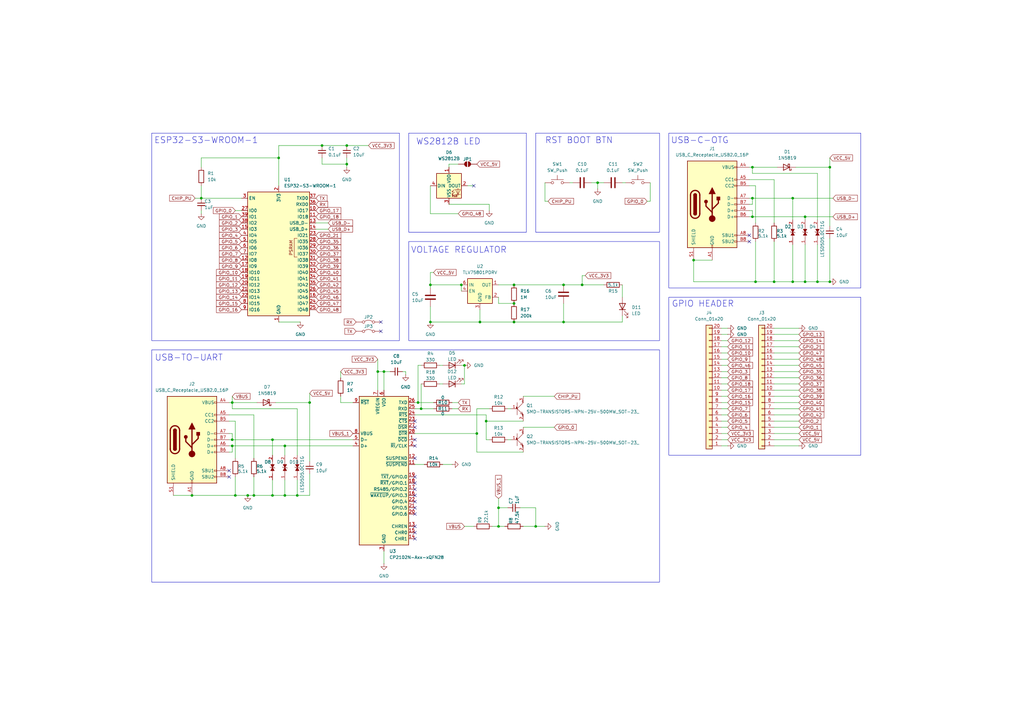
<source format=kicad_sch>
(kicad_sch (version 20231120) (generator "eeschema") (generator_version "8.0")
  (paper "A3")
  (title_block (title "ESP32_S3_Custom_DevBoard") (rev "0.1"))
  (lib_symbols
    (symbol "Connector:USB_C_Receptacle_USB2.0_16P" (pin_names (offset 1.016))
      (property "Reference" "J" (at 0 22.225 0))
      (property "Value" "USB_C_Receptacle_USB2.0_16P" (at 0 19.685 0))
      (symbol "USB_C_Receptacle_USB2.0_16P_1_1"
        (pin passive line (at 0 -22.86 90) (length 5.08) (name "GND") (number "A1"))
        (pin passive line (at 0 -22.86 90) (length 5.08) hide (name "GND") (number "A12"))
        (pin passive line (at 15.24 15.24 180) (length 5.08) (name "VBUS") (number "A4"))
        (pin bidirectional line (at 15.24 10.16 180) (length 5.08) (name "CC1") (number "A5"))
        (pin bidirectional line (at 15.24 -2.54 180) (length 5.08) (name "D+") (number "A6"))
        (pin bidirectional line (at 15.24 2.54 180) (length 5.08) (name "D-") (number "A7"))
        (pin bidirectional line (at 15.24 -12.7 180) (length 5.08) (name "SBU1") (number "A8"))
        (pin passive line (at 15.24 15.24 180) (length 5.08) hide (name "VBUS") (number "A9"))
        (pin passive line (at 0 -22.86 90) (length 5.08) hide (name "GND") (number "B1"))
        (pin passive line (at 0 -22.86 90) (length 5.08) hide (name "GND") (number "B12"))
        (pin passive line (at 15.24 15.24 180) (length 5.08) hide (name "VBUS") (number "B4"))
        (pin bidirectional line (at 15.24 7.62 180) (length 5.08) (name "CC2") (number "B5"))
        (pin bidirectional line (at 15.24 -5.08 180) (length 5.08) (name "D+") (number "B6"))
        (pin bidirectional line (at 15.24 0 180) (length 5.08) (name "D-") (number "B7"))
        (pin bidirectional line (at 15.24 -15.24 180) (length 5.08) (name "SBU2") (number "B8"))
        (pin passive line (at 15.24 15.24 180) (length 5.08) hide (name "VBUS") (number "B9"))
        (pin passive line (at -7.62 -22.86 90) (length 5.08) (name "SHIELD") (number "S1"))
      )
    )
    (symbol "Connector_Generic:Conn_01x20" (pin_names (offset 1.016) hide)
      (property "Reference" "J" (at 0 25.4 0))
      (property "Value" "Conn_01x20" (at 0 -27.94 0))
      (symbol "Conn_01x20_1_1"
        (pin passive line (at -5.08 22.86 0) (length 3.81) (name "Pin_1") (number "1"))
        (pin passive line (at -5.08 0 0) (length 3.81) (name "Pin_10") (number "10"))
        (pin passive line (at -5.08 -2.54 0) (length 3.81) (name "Pin_11") (number "11"))
        (pin passive line (at -5.08 -5.08 0) (length 3.81) (name "Pin_12") (number "12"))
        (pin passive line (at -5.08 -7.62 0) (length 3.81) (name "Pin_13") (number "13"))
        (pin passive line (at -5.08 -10.16 0) (length 3.81) (name "Pin_14") (number "14"))
        (pin passive line (at -5.08 -12.7 0) (length 3.81) (name "Pin_15") (number "15"))
        (pin passive line (at -5.08 -15.24 0) (length 3.81) (name "Pin_16") (number "16"))
        (pin passive line (at -5.08 -17.78 0) (length 3.81) (name "Pin_17") (number "17"))
        (pin passive line (at -5.08 -20.32 0) (length 3.81) (name "Pin_18") (number "18"))
        (pin passive line (at -5.08 -22.86 0) (length 3.81) (name "Pin_19") (number "19"))
        (pin passive line (at -5.08 20.32 0) (length 3.81) (name "Pin_2") (number "2"))
        (pin passive line (at -5.08 -25.4 0) (length 3.81) (name "Pin_20") (number "20"))
        (pin passive line (at -5.08 17.78 0) (length 3.81) (name "Pin_3") (number "3"))
        (pin passive line (at -5.08 15.24 0) (length 3.81) (name "Pin_4") (number "4"))
        (pin passive line (at -5.08 12.7 0) (length 3.81) (name "Pin_5") (number "5"))
        (pin passive line (at -5.08 10.16 0) (length 3.81) (name "Pin_6") (number "6"))
        (pin passive line (at -5.08 7.62 0) (length 3.81) (name "Pin_7") (number "7"))
        (pin passive line (at -5.08 5.08 0) (length 3.81) (name "Pin_8") (number "8"))
        (pin passive line (at -5.08 2.54 0) (length 3.81) (name "Pin_9") (number "9"))
      )
    )
    (symbol "Custom_added:LESD5D5.0CT1G" (pin_names (offset 1.016))
      (property "Reference" "D" (at -5.08 2.54 0))
      (property "Value" "LESD5D5.0CT1G" (at -5.08 -5.08 0))
      (symbol "LESD5D5.0CT1G_0_0"
        (pin passive line (at -5.08 0 0) (length 2.54) (name "~") (number "1"))
        (pin passive line (at 5.08 0 180) (length 2.54) (name "~") (number "2"))
      )
    )
    (symbol "Device:C" (pin_numbers hide) (pin_names (offset 0.254))
      (property "Reference" "C" (at 0.635 2.54 0))
      (property "Value" "C" (at 0.635 -2.54 0))
      (symbol "C_1_1"
        (pin passive line (at 0 3.81 270) (length 2.794) (name "~") (number "1"))
        (pin passive line (at 0 -3.81 90) (length 2.794) (name "~") (number "2"))
      )
    )
    (symbol "Device:C_Small" (pin_numbers hide) (pin_names (offset 0.254) hide)
      (property "Reference" "C" (at 0.254 1.778 0))
      (property "Value" "C_Small" (at 0.254 -2.032 0))
      (symbol "C_Small_1_1"
        (pin passive line (at 0 2.54 270) (length 2.032) (name "~") (number "1"))
        (pin passive line (at 0 -2.54 90) (length 2.032) (name "~") (number "2"))
      )
    )
    (symbol "Device:LED" (pin_numbers hide) (pin_names (offset 1.016) hide)
      (property "Reference" "D" (at 0 2.54 0))
      (property "Value" "LED" (at 0 -2.54 0))
      (symbol "LED_1_1"
        (pin passive line (at -3.81 0 0) (length 2.54) (name "K") (number "1"))
        (pin passive line (at 3.81 0 180) (length 2.54) (name "A") (number "2"))
      )
    )
    (symbol "Device:R" (pin_numbers hide) (pin_names (offset 0))
      (property "Reference" "R" (at 2.032 0 90))
      (property "Value" "R" (at 0 0 90))
      (symbol "R_1_1"
        (pin passive line (at 0 3.81 270) (length 1.27) (name "~") (number "1"))
        (pin passive line (at 0 -3.81 90) (length 1.27) (name "~") (number "2"))
      )
    )
    (symbol "Diode:1N5819" (pin_numbers hide) (pin_names (offset 1.016) hide)
      (property "Reference" "D" (at 0 2.54 0))
      (property "Value" "1N5819" (at 0 -2.54 0))
      (symbol "1N5819_1_1"
        (pin passive line (at -3.81 0 0) (length 2.54) (name "K") (number "1"))
        (pin passive line (at 3.81 0 180) (length 2.54) (name "A") (number "2"))
      )
    )
    (symbol "Interface_USB:CP2102N-Axx-xQFN28"
      (property "Reference" "U" (at -8.89 31.75 0))
      (property "Value" "CP2102N-Axx-xQFN28" (at 12.7 31.75 0))
      (symbol "CP2102N-Axx-xQFN28_1_1"
        (pin input line (at 12.7 12.7 180) (length 2.54) (name "~{DCD}") (number "1"))
        (pin no_connect line (at -10.16 -27.94 0) (length 2.54) hide (name "NC") (number "10"))
        (pin output line (at 12.7 2.54 180) (length 2.54) (name "~{SUSPEND}") (number "11"))
        (pin output line (at 12.7 5.08 180) (length 2.54) (name "SUSPEND") (number "12"))
        (pin output line (at 12.7 -22.86 180) (length 2.54) (name "CHREN") (number "13"))
        (pin output line (at 12.7 -27.94 180) (length 2.54) (name "CHR1") (number "14"))
        (pin output line (at 12.7 -25.4 180) (length 2.54) (name "CHR0") (number "15"))
        (pin bidirectional line (at 12.7 -10.16 180) (length 2.54) (name "~{WAKEUP}/GPIO.3") (number "16"))
        (pin bidirectional line (at 12.7 -7.62 180) (length 2.54) (name "RS485/GPIO.2") (number "17"))
        (pin bidirectional line (at 12.7 -5.08 180) (length 2.54) (name "~{RXT}/GPIO.1") (number "18"))
        (pin bidirectional line (at 12.7 -2.54 180) (length 2.54) (name "~{TXT}/GPIO.0") (number "19"))
        (pin bidirectional line (at 12.7 10.16 180) (length 2.54) (name "~{RI}/CLK") (number "2"))
        (pin bidirectional line (at 12.7 -17.78 180) (length 2.54) (name "GPIO.6") (number "20"))
        (pin bidirectional line (at 12.7 -15.24 180) (length 2.54) (name "GPIO.5") (number "21"))
        (pin bidirectional line (at 12.7 -12.7 180) (length 2.54) (name "GPIO.4") (number "22"))
        (pin input line (at 12.7 20.32 180) (length 2.54) (name "~{CTS}") (number "23"))
        (pin output line (at 12.7 22.86 180) (length 2.54) (name "~{RTS}") (number "24"))
        (pin input line (at 12.7 25.4 180) (length 2.54) (name "RXD") (number "25"))
        (pin output line (at 12.7 27.94 180) (length 2.54) (name "TXD") (number "26"))
        (pin input line (at 12.7 17.78 180) (length 2.54) (name "~{DSR}") (number "27"))
        (pin output line (at 12.7 15.24 180) (length 2.54) (name "~{DTR}") (number "28"))
        (pin passive line (at 0 -33.02 90) (length 2.54) hide (name "GND") (number "29"))
        (pin power_in line (at 0 -33.02 90) (length 2.54) (name "GND") (number "3"))
        (pin bidirectional line (at -12.7 10.16 0) (length 2.54) (name "D+") (number "4"))
        (pin bidirectional line (at -12.7 12.7 0) (length 2.54) (name "D-") (number "5"))
        (pin power_in line (at 0 33.02 270) (length 2.54) (name "VDD") (number "6"))
        (pin power_in line (at -2.54 33.02 270) (length 2.54) (name "VREGIN") (number "7"))
        (pin input line (at -12.7 15.24 0) (length 2.54) (name "VBUS") (number "8"))
        (pin input line (at -12.7 27.94 0) (length 2.54) (name "~{RST}") (number "9"))
      )
    )
    (symbol "Jumper:Jumper_2_Bridged" (pin_numbers hide) (pin_names (offset 0) hide) (exclude_from_sim yes)
      (property "Reference" "JP" (at 0 1.905 0))
      (property "Value" "Jumper_2_Bridged" (at 0 -2.54 0))
      (symbol "Jumper_2_Bridged_1_1"
        (pin passive line (at -5.08 0 0) (length 2.54) (name "A") (number "1"))
        (pin passive line (at 5.08 0 180) (length 2.54) (name "B") (number "2"))
      )
    )
    (symbol "Jumper:SolderJumper_2_Open" (pin_numbers hide) (pin_names (offset 0) hide) (exclude_from_sim yes) (in_bom no)
      (property "Reference" "JP" (at 0 2.032 0))
      (property "Value" "SolderJumper_2_Open" (at 0 -2.54 0))
      (symbol "SolderJumper_2_Open_1_1"
        (pin passive line (at -3.81 0 0) (length 2.54) (name "A") (number "1"))
        (pin passive line (at 3.81 0 180) (length 2.54) (name "B") (number "2"))
      )
    )
    (symbol "LED:WS2812B" (pin_names (offset 0.254))
      (property "Reference" "D" (at 5.08 5.715 0))
      (property "Value" "WS2812B" (at 1.27 -5.715 0))
      (symbol "WS2812B_0_0"
        (text "RGB" (at 2.286 -4.191 0) (effects (font (size 0.762 0.762))))
      )
      (symbol "WS2812B_1_1"
        (pin power_in line (at 0 7.62 270) (length 2.54) (name "VDD") (number "1"))
        (pin output line (at 7.62 0 180) (length 2.54) (name "DOUT") (number "2"))
        (pin power_in line (at 0 -7.62 90) (length 2.54) (name "VSS") (number "3"))
        (pin input line (at -7.62 0 0) (length 2.54) (name "DIN") (number "4"))
      )
    )
    (symbol "RF_Module:ESP32-S3-WROOM-1"
      (property "Reference" "U" (at -12.7 26.67 0))
      (property "Value" "ESP32-S3-WROOM-1" (at 12.7 26.67 0))
      (symbol "ESP32-S3-WROOM-1_0_0"
        (text "PSRAM" (at 5.08 2.54 900) (effects (font (size 1.27 1.27))))
      )
      (symbol "ESP32-S3-WROOM-1_1_1"
        (pin power_in line (at 0 -27.94 90) (length 2.54) (name "GND") (number "1"))
        (pin bidirectional line (at 15.24 17.78 180) (length 2.54) (name "IO17") (number "10"))
        (pin bidirectional line (at 15.24 15.24 180) (length 2.54) (name "IO18") (number "11"))
        (pin bidirectional line (at -15.24 -2.54 0) (length 2.54) (name "IO8") (number "12"))
        (pin bidirectional line (at 15.24 12.7 180) (length 2.54) (name "USB_D-") (number "13"))
        (pin bidirectional line (at 15.24 10.16 180) (length 2.54) (name "USB_D+") (number "14"))
        (pin bidirectional line (at -15.24 10.16 0) (length 2.54) (name "IO3") (number "15"))
        (pin bidirectional line (at 15.24 -17.78 180) (length 2.54) (name "IO46") (number "16"))
        (pin bidirectional line (at -15.24 -5.08 0) (length 2.54) (name "IO9") (number "17"))
        (pin bidirectional line (at -15.24 -7.62 0) (length 2.54) (name "IO10") (number "18"))
        (pin bidirectional line (at -15.24 -10.16 0) (length 2.54) (name "IO11") (number "19"))
        (pin power_in line (at 0 27.94 270) (length 2.54) (name "3V3") (number "2"))
        (pin bidirectional line (at -15.24 -12.7 0) (length 2.54) (name "IO12") (number "20"))
        (pin bidirectional line (at -15.24 -15.24 0) (length 2.54) (name "IO13") (number "21"))
        (pin bidirectional line (at -15.24 -17.78 0) (length 2.54) (name "IO14") (number "22"))
        (pin bidirectional line (at 15.24 7.62 180) (length 2.54) (name "IO21") (number "23"))
        (pin bidirectional line (at 15.24 -20.32 180) (length 2.54) (name "IO47") (number "24"))
        (pin bidirectional line (at 15.24 -22.86 180) (length 2.54) (name "IO48") (number "25"))
        (pin bidirectional line (at 15.24 -15.24 180) (length 2.54) (name "IO45") (number "26"))
        (pin bidirectional line (at -15.24 17.78 0) (length 2.54) (name "IO0") (number "27"))
        (pin bidirectional line (at 15.24 5.08 180) (length 2.54) (name "IO35") (number "28"))
        (pin bidirectional line (at 15.24 2.54 180) (length 2.54) (name "IO36") (number "29"))
        (pin input line (at -15.24 22.86 0) (length 2.54) (name "EN") (number "3"))
        (pin bidirectional line (at 15.24 0 180) (length 2.54) (name "IO37") (number "30"))
        (pin bidirectional line (at 15.24 -2.54 180) (length 2.54) (name "IO38") (number "31"))
        (pin bidirectional line (at 15.24 -5.08 180) (length 2.54) (name "IO39") (number "32"))
        (pin bidirectional line (at 15.24 -7.62 180) (length 2.54) (name "IO40") (number "33"))
        (pin bidirectional line (at 15.24 -10.16 180) (length 2.54) (name "IO41") (number "34"))
        (pin bidirectional line (at 15.24 -12.7 180) (length 2.54) (name "IO42") (number "35"))
        (pin bidirectional line (at 15.24 20.32 180) (length 2.54) (name "RXD0") (number "36"))
        (pin bidirectional line (at 15.24 22.86 180) (length 2.54) (name "TXD0") (number "37"))
        (pin bidirectional line (at -15.24 12.7 0) (length 2.54) (name "IO2") (number "38"))
        (pin bidirectional line (at -15.24 15.24 0) (length 2.54) (name "IO1") (number "39"))
        (pin bidirectional line (at -15.24 7.62 0) (length 2.54) (name "IO4") (number "4"))
        (pin passive line (at 0 -27.94 90) (length 2.54) hide (name "GND") (number "40"))
        (pin passive line (at 0 -27.94 90) (length 2.54) hide (name "GND") (number "41"))
        (pin bidirectional line (at -15.24 5.08 0) (length 2.54) (name "IO5") (number "5"))
        (pin bidirectional line (at -15.24 2.54 0) (length 2.54) (name "IO6") (number "6"))
        (pin bidirectional line (at -15.24 0 0) (length 2.54) (name "IO7") (number "7"))
        (pin bidirectional line (at -15.24 -20.32 0) (length 2.54) (name "IO15") (number "8"))
        (pin bidirectional line (at -15.24 -22.86 0) (length 2.54) (name "IO16") (number "9"))
      )
    )
    (symbol "Regulator_Linear:TLV75801PDRV"
      (property "Reference" "U" (at -3.81 6.35 0))
      (property "Value" "TLV75801PDRV" (at 0 6.35 0))
      (symbol "TLV75801PDRV_1_1"
        (pin power_out line (at 7.62 2.54 180) (length 2.54) (name "OUT") (number "1"))
        (pin input line (at 7.62 -2.54 180) (length 2.54) (name "FB") (number "2"))
        (pin power_in line (at 0 -7.62 90) (length 2.54) (name "GND") (number "3"))
        (pin input line (at -7.62 0 0) (length 2.54) (name "EN") (number "4"))
        (pin no_connect line (at 5.08 0 180) (length 2.54) hide (name "DNC") (number "5"))
        (pin power_in line (at -7.62 2.54 0) (length 2.54) (name "IN") (number "6"))
        (pin passive line (at 0 -7.62 90) (length 2.54) hide (name "GND") (number "7"))
      )
    )
    (symbol "SMD-TRANSISTORS-NPN-25V-500MW_SOT-23_:SMD-TRANSISTORS-NPN-25V-500MW_SOT-23_" (pin_names (offset 1.016))
      (property "Reference" "Q" (at -2.5444 2.5444 0))
      (property "Value" "SMD-TRANSISTORS-NPN-25V-500MW_SOT-23_" (at 3.8126 2.5418 0))
      (symbol "SMD-TRANSISTORS-NPN-25V-500MW_SOT-23__0_0"
        (text "B" (at -0.6355 0 0) (effects (font (size 0.6355 0.6355)) (justify left bottom)))
        (text "C" (at 1.9071 2.5427 0) (effects (font (size 0.6357 0.6357)) (justify left bottom)))
        (text "E" (at 1.9062 -3.177 0) (effects (font (size 0.6354 0.6354)) (justify left bottom)))
        (pin passive line (at -2.54 0 0) (length 2.54) (name "~") (number "1"))
        (pin passive line (at 2.54 -5.08 90) (length 2.54) (name "~") (number "2"))
        (pin passive line (at 2.54 5.08 270) (length 2.54) (name "~") (number "3"))
      )
    )
    (symbol "Switch:SW_Push" (pin_numbers hide) (pin_names (offset 1.016) hide)
      (property "Reference" "SW" (at 1.27 2.54 0))
      (property "Value" "SW_Push" (at 0 -1.524 0))
      (symbol "SW_Push_0_1"
        (pin passive line (at -5.08 0 0) (length 2.54) (name "1") (number "1"))
        (pin passive line (at 5.08 0 180) (length 2.54) (name "2") (number "2"))
      )
    )
    (symbol "power:GND" (power) (pin_numbers hide) (pin_names (offset 0) hide)
      (property "Value" "GND" (at 0 -3.81 0))
      (symbol "GND_1_1"
        (pin power_in line (at 0 0 270) (length 0) (name "~") (number "1"))
      )
    )
  )
  (junction (at 111.76 180.34))
  (junction (at 190.5 149.86))
  (junction (at 171.45 165.1))
  (junction (at 325.12 115.57))
  (junction (at 116.84 203.2))
  (junction (at 142.24 67.31))
  (junction (at 340.36 68.58))
  (junction (at 231.14 132.08))
  (junction (at 308.61 81.28))
  (junction (at 330.2 88.9))
  (junction (at 245.11 74.93))
  (junction (at 204.47 208.28))
  (junction (at 199.39 172.72))
  (junction (at 116.84 182.88))
  (junction (at 132.08 59.69))
  (junction (at 210.82 124.46))
  (junction (at 195.58 177.8))
  (junction (at 238.76 116.84))
  (junction (at 82.55 81.28))
  (junction (at 96.52 203.2))
  (junction (at 284.48 106.68))
  (junction (at 308.61 68.58))
  (junction (at 95.25 182.88))
  (junction (at 142.24 59.69))
  (junction (at 317.5 115.57))
  (junction (at 127 165.1))
  (junction (at 114.3 64.77))
  (junction (at 78.74 203.2))
  (junction (at 189.23 116.84))
  (junction (at 330.2 115.57))
  (junction (at 104.14 203.2))
  (junction (at 154.94 152.4))
  (junction (at 95.25 165.1))
  (junction (at 210.82 116.84))
  (junction (at 101.6 203.2))
  (junction (at 309.88 115.57))
  (junction (at 325.12 81.28))
  (junction (at 196.85 132.08))
  (junction (at 335.28 115.57))
  (junction (at 95.25 180.34))
  (junction (at 231.14 116.84))
  (junction (at 210.82 132.08))
  (junction (at 219.71 215.9))
  (junction (at 176.53 132.08))
  (junction (at 172.72 167.64))
  (junction (at 204.47 215.9))
  (junction (at 308.61 88.9))
  (junction (at 121.92 203.2))
  (junction (at 340.36 115.57))
  (junction (at 111.76 203.2))
  (junction (at 157.48 152.4))
  (junction (at 176.53 116.84))
  (no_connect (at 170.18 203.2))
  (no_connect (at 307.34 99.06))
  (no_connect (at 170.18 210.82))
  (no_connect (at 170.18 182.88))
  (no_connect (at 170.18 200.66))
  (no_connect (at 93.98 193.04))
  (no_connect (at 156.21 132.08))
  (no_connect (at 170.18 205.74))
  (no_connect (at 194.31 76.2))
  (no_connect (at 170.18 175.26))
  (no_connect (at 156.21 135.89))
  (no_connect (at 170.18 195.58))
  (no_connect (at 170.18 220.98))
  (no_connect (at 170.18 172.72))
  (no_connect (at 170.18 208.28))
  (no_connect (at 170.18 218.44))
  (no_connect (at 93.98 195.58))
  (no_connect (at 170.18 215.9))
  (no_connect (at 170.18 187.96))
  (no_connect (at 170.18 198.12))
  (no_connect (at 170.18 180.34))
  (no_connect (at 307.34 96.52))
  (wire (pts (xy 340.36 97.79) (xy 340.36 115.57)))
  (wire (pts (xy 317.5 134.62) (xy 327.66 134.62)))
  (wire (pts (xy 170.18 177.8) (xy 195.58 177.8)))
  (wire (pts (xy 317.5 152.4) (xy 327.66 152.4)))
  (wire (pts (xy 157.48 152.4) (xy 157.48 160.02)))
  (wire (pts (xy 295.91 157.48) (xy 298.45 157.48)))
  (wire (pts (xy 317.5 115.57) (xy 325.12 115.57)))
  (wire (pts (xy 154.94 152.4) (xy 157.48 152.4)))
  (wire (pts (xy 204.47 124.46) (xy 210.82 124.46)))
  (wire (pts (xy 307.34 88.9) (xy 308.61 88.9)))
  (wire (pts (xy 166.37 152.4) (xy 166.37 153.67)))
  (wire (pts (xy 181.61 190.5) (xy 185.42 190.5)))
  (wire (pts (xy 114.3 64.77) (xy 114.3 76.2)))
  (wire (pts (xy 170.18 170.18) (xy 199.39 170.18)))
  (wire (pts (xy 176.53 116.84) (xy 189.23 116.84)))
  (wire (pts (xy 295.91 154.94) (xy 298.45 154.94)))
  (wire (pts (xy 185.42 165.1) (xy 187.96 165.1)))
  (wire (pts (xy 238.76 116.84) (xy 247.65 116.84)))
  (wire (pts (xy 317.5 175.26) (xy 327.66 175.26)))
  (wire (pts (xy 223.52 74.93) (xy 223.52 82.55)))
  (wire (pts (xy 295.91 162.56) (xy 298.45 162.56)))
  (wire (pts (xy 116.84 182.88) (xy 144.78 182.88)))
  (wire (pts (xy 309.88 99.06) (xy 309.88 115.57)))
  (wire (pts (xy 154.94 147.32) (xy 154.94 152.4)))
  (wire (pts (xy 95.25 182.88) (xy 116.84 182.88)))
  (wire (pts (xy 114.3 132.08) (xy 123.19 132.08)))
  (wire (pts (xy 255.27 74.93) (xy 256.54 74.93)))
  (wire (pts (xy 176.53 132.08) (xy 196.85 132.08)))
  (wire (pts (xy 330.2 88.9) (xy 341.63 88.9)))
  (wire (pts (xy 231.14 116.84) (xy 238.76 116.84)))
  (wire (pts (xy 199.39 180.34) (xy 200.66 180.34)))
  (wire (pts (xy 284.48 106.68) (xy 292.1 106.68)))
  (wire (pts (xy 295.91 139.7) (xy 298.45 139.7)))
  (wire (pts (xy 317.5 137.16) (xy 327.66 137.16)))
  (wire (pts (xy 208.28 180.34) (xy 209.55 180.34)))
  (wire (pts (xy 93.98 170.18) (xy 104.14 170.18)))
  (wire (pts (xy 295.91 144.78) (xy 298.45 144.78)))
  (wire (pts (xy 210.82 116.84) (xy 231.14 116.84)))
  (wire (pts (xy 317.5 142.24) (xy 327.66 142.24)))
  (wire (pts (xy 199.39 172.72) (xy 199.39 180.34)))
  (wire (pts (xy 176.53 125.73) (xy 176.53 132.08)))
  (wire (pts (xy 308.61 71.12) (xy 335.28 71.12)))
  (wire (pts (xy 116.84 196.85) (xy 116.84 203.2)))
  (wire (pts (xy 95.25 165.1) (xy 105.41 165.1)))
  (wire (pts (xy 307.34 83.82) (xy 308.61 83.82)))
  (wire (pts (xy 132.08 67.31) (xy 142.24 67.31)))
  (wire (pts (xy 95.25 162.56) (xy 95.25 165.1)))
  (wire (pts (xy 214.63 172.72) (xy 199.39 172.72)))
  (wire (pts (xy 309.88 76.2) (xy 309.88 91.44)))
  (wire (pts (xy 255.27 116.84) (xy 255.27 121.92)))
  (wire (pts (xy 82.55 64.77) (xy 114.3 64.77)))
  (wire (pts (xy 219.71 215.9) (xy 219.71 208.28)))
  (wire (pts (xy 204.47 121.92) (xy 204.47 124.46)))
  (wire (pts (xy 204.47 208.28) (xy 204.47 215.9)))
  (wire (pts (xy 190.5 157.48) (xy 189.23 157.48)))
  (wire (pts (xy 210.82 132.08) (xy 231.14 132.08)))
  (wire (pts (xy 317.5 170.18) (xy 327.66 170.18)))
  (wire (pts (xy 335.28 100.33) (xy 335.28 115.57)))
  (wire (pts (xy 295.91 170.18) (xy 298.45 170.18)))
  (wire (pts (xy 200.66 83.82) (xy 200.66 86.36)))
  (wire (pts (xy 95.25 180.34) (xy 95.25 177.8)))
  (wire (pts (xy 231.14 124.46) (xy 231.14 132.08)))
  (wire (pts (xy 214.63 215.9) (xy 219.71 215.9)))
  (wire (pts (xy 114.3 59.69) (xy 114.3 64.77)))
  (wire (pts (xy 317.5 139.7) (xy 327.66 139.7)))
  (wire (pts (xy 295.91 165.1) (xy 298.45 165.1)))
  (wire (pts (xy 317.5 99.06) (xy 317.5 115.57)))
  (wire (pts (xy 214.63 175.26) (xy 227.33 175.26)))
  (wire (pts (xy 325.12 81.28) (xy 325.12 90.17)))
  (wire (pts (xy 172.72 167.64) (xy 177.8 167.64)))
  (wire (pts (xy 326.39 68.58) (xy 340.36 68.58)))
  (wire (pts (xy 245.11 74.93) (xy 247.65 74.93)))
  (wire (pts (xy 223.52 82.55) (xy 224.79 82.55)))
  (wire (pts (xy 199.39 170.18) (xy 199.39 172.72)))
  (wire (pts (xy 219.71 208.28) (xy 213.36 208.28)))
  (wire (pts (xy 93.98 177.8) (xy 95.25 177.8)))
  (wire (pts (xy 325.12 81.28) (xy 341.63 81.28)))
  (wire (pts (xy 170.18 165.1) (xy 171.45 165.1)))
  (wire (pts (xy 325.12 100.33) (xy 325.12 115.57)))
  (wire (pts (xy 196.85 127) (xy 196.85 132.08)))
  (wire (pts (xy 129.54 93.98) (xy 134.62 93.98)))
  (wire (pts (xy 190.5 149.86) (xy 189.23 149.86)))
  (wire (pts (xy 317.5 162.56) (xy 327.66 162.56)))
  (wire (pts (xy 340.36 115.57) (xy 335.28 115.57)))
  (wire (pts (xy 317.5 157.48) (xy 327.66 157.48)))
  (wire (pts (xy 95.25 180.34) (xy 111.76 180.34)))
  (wire (pts (xy 96.52 203.2) (xy 101.6 203.2)))
  (wire (pts (xy 121.92 203.2) (xy 116.84 203.2)))
  (wire (pts (xy 142.24 59.69) (xy 151.13 59.69)))
  (wire (pts (xy 295.91 147.32) (xy 298.45 147.32)))
  (wire (pts (xy 317.5 177.8) (xy 327.66 177.8)))
  (wire (pts (xy 95.25 167.64) (xy 95.25 165.1)))
  (wire (pts (xy 325.12 115.57) (xy 330.2 115.57)))
  (wire (pts (xy 132.08 64.77) (xy 132.08 67.31)))
  (wire (pts (xy 180.34 157.48) (xy 181.61 157.48)))
  (wire (pts (xy 308.61 86.36) (xy 308.61 88.9)))
  (wire (pts (xy 176.53 87.63) (xy 187.96 87.63)))
  (wire (pts (xy 80.01 81.28) (xy 82.55 81.28)))
  (wire (pts (xy 295.91 182.88) (xy 298.45 182.88)))
  (wire (pts (xy 144.78 165.1) (xy 139.7 165.1)))
  (wire (pts (xy 157.48 152.4) (xy 160.02 152.4)))
  (wire (pts (xy 245.11 74.93) (xy 245.11 77.47)))
  (wire (pts (xy 238.76 113.03) (xy 240.03 113.03)))
  (wire (pts (xy 335.28 71.12) (xy 335.28 90.17)))
  (wire (pts (xy 308.61 68.58) (xy 308.61 71.12)))
  (wire (pts (xy 317.5 73.66) (xy 317.5 91.44)))
  (wire (pts (xy 171.45 165.1) (xy 177.8 165.1)))
  (wire (pts (xy 111.76 196.85) (xy 111.76 203.2)))
  (wire (pts (xy 307.34 86.36) (xy 308.61 86.36)))
  (wire (pts (xy 111.76 180.34) (xy 111.76 186.69)))
  (wire (pts (xy 238.76 116.84) (xy 238.76 113.03)))
  (wire (pts (xy 176.53 76.2) (xy 176.53 87.63)))
  (wire (pts (xy 295.91 149.86) (xy 298.45 149.86)))
  (wire (pts (xy 95.25 182.88) (xy 95.25 185.42)))
  (wire (pts (xy 129.54 91.44) (xy 134.62 91.44)))
  (wire (pts (xy 93.98 172.72) (xy 96.52 172.72)))
  (wire (pts (xy 190.5 149.86) (xy 190.5 157.48)))
  (wire (pts (xy 317.5 182.88) (xy 327.66 182.88)))
  (wire (pts (xy 295.91 172.72) (xy 298.45 172.72)))
  (wire (pts (xy 330.2 100.33) (xy 330.2 115.57)))
  (wire (pts (xy 317.5 167.64) (xy 327.66 167.64)))
  (wire (pts (xy 201.93 215.9) (xy 204.47 215.9)))
  (wire (pts (xy 78.74 203.2) (xy 96.52 203.2)))
  (wire (pts (xy 127 203.2) (xy 121.92 203.2)))
  (wire (pts (xy 93.98 185.42) (xy 95.25 185.42)))
  (wire (pts (xy 317.5 165.1) (xy 327.66 165.1)))
  (wire (pts (xy 204.47 208.28) (xy 208.28 208.28)))
  (wire (pts (xy 295.91 134.62) (xy 298.45 134.62)))
  (wire (pts (xy 170.18 190.5) (xy 173.99 190.5)))
  (wire (pts (xy 308.61 83.82) (xy 308.61 81.28)))
  (wire (pts (xy 284.48 115.57) (xy 309.88 115.57)))
  (wire (pts (xy 195.58 167.64) (xy 200.66 167.64)))
  (wire (pts (xy 82.55 76.2) (xy 82.55 81.28)))
  (wire (pts (xy 93.98 180.34) (xy 95.25 180.34)))
  (wire (pts (xy 82.55 86.36) (xy 82.55 87.63)))
  (wire (pts (xy 308.61 68.58) (xy 318.77 68.58)))
  (wire (pts (xy 121.92 196.85) (xy 121.92 203.2)))
  (wire (pts (xy 308.61 81.28) (xy 325.12 81.28)))
  (wire (pts (xy 317.5 144.78) (xy 327.66 144.78)))
  (wire (pts (xy 121.92 167.64) (xy 95.25 167.64)))
  (wire (pts (xy 295.91 160.02) (xy 298.45 160.02)))
  (wire (pts (xy 317.5 147.32) (xy 327.66 147.32)))
  (wire (pts (xy 93.98 182.88) (xy 95.25 182.88)))
  (wire (pts (xy 266.7 74.93) (xy 266.7 82.55)))
  (wire (pts (xy 142.24 64.77) (xy 142.24 67.31)))
  (wire (pts (xy 204.47 116.84) (xy 210.82 116.84)))
  (wire (pts (xy 307.34 73.66) (xy 317.5 73.66)))
  (wire (pts (xy 317.5 160.02) (xy 327.66 160.02)))
  (wire (pts (xy 127 194.31) (xy 127 203.2)))
  (wire (pts (xy 171.45 165.1) (xy 171.45 149.86)))
  (wire (pts (xy 204.47 215.9) (xy 207.01 215.9)))
  (wire (pts (xy 195.58 177.8) (xy 195.58 167.64)))
  (wire (pts (xy 127 165.1) (xy 127 161.29)))
  (wire (pts (xy 104.14 170.18) (xy 104.14 187.96)))
  (wire (pts (xy 139.7 152.4) (xy 139.7 154.94)))
  (wire (pts (xy 165.1 152.4) (xy 166.37 152.4)))
  (wire (pts (xy 195.58 177.8) (xy 195.58 185.42)))
  (wire (pts (xy 284.48 106.68) (xy 284.48 115.57)))
  (wire (pts (xy 214.63 162.56) (xy 227.33 162.56)))
  (wire (pts (xy 266.7 82.55) (xy 265.43 82.55)))
  (wire (pts (xy 335.28 115.57) (xy 330.2 115.57)))
  (wire (pts (xy 231.14 132.08) (xy 255.27 132.08)))
  (wire (pts (xy 340.36 68.58) (xy 340.36 92.71)))
  (wire (pts (xy 317.5 149.86) (xy 327.66 149.86)))
  (wire (pts (xy 114.3 59.69) (xy 132.08 59.69)))
  (wire (pts (xy 132.08 59.69) (xy 142.24 59.69)))
  (wire (pts (xy 176.53 111.76) (xy 177.8 111.76)))
  (wire (pts (xy 190.5 215.9) (xy 194.31 215.9)))
  (wire (pts (xy 82.55 68.58) (xy 82.55 64.77)))
  (wire (pts (xy 180.34 149.86) (xy 181.61 149.86)))
  (wire (pts (xy 295.91 175.26) (xy 298.45 175.26)))
  (wire (pts (xy 71.12 203.2) (xy 78.74 203.2)))
  (wire (pts (xy 176.53 116.84) (xy 176.53 118.11)))
  (wire (pts (xy 204.47 204.47) (xy 204.47 208.28)))
  (wire (pts (xy 111.76 180.34) (xy 144.78 180.34)))
  (wire (pts (xy 142.24 67.31) (xy 142.24 68.58)))
  (wire (pts (xy 184.15 83.82) (xy 200.66 83.82)))
  (wire (pts (xy 242.57 74.93) (xy 245.11 74.93)))
  (wire (pts (xy 307.34 68.58) (xy 308.61 68.58)))
  (wire (pts (xy 170.18 167.64) (xy 172.72 167.64)))
  (wire (pts (xy 307.34 81.28) (xy 308.61 81.28)))
  (wire (pts (xy 82.55 81.28) (xy 99.06 81.28)))
  (wire (pts (xy 127 165.1) (xy 127 189.23)))
  (wire (pts (xy 104.14 195.58) (xy 104.14 203.2)))
  (wire (pts (xy 111.76 203.2) (xy 116.84 203.2)))
  (wire (pts (xy 208.28 167.64) (xy 209.55 167.64)))
  (wire (pts (xy 171.45 149.86) (xy 172.72 149.86)))
  (wire (pts (xy 96.52 195.58) (xy 96.52 203.2)))
  (wire (pts (xy 295.91 142.24) (xy 298.45 142.24)))
  (wire (pts (xy 139.7 162.56) (xy 139.7 165.1)))
  (wire (pts (xy 309.88 115.57) (xy 317.5 115.57)))
  (wire (pts (xy 96.52 172.72) (xy 96.52 187.96)))
  (wire (pts (xy 340.36 68.58) (xy 340.36 64.77)))
  (wire (pts (xy 308.61 88.9) (xy 330.2 88.9)))
  (wire (pts (xy 189.23 116.84) (xy 189.23 119.38)))
  (wire (pts (xy 172.72 157.48) (xy 172.72 167.64)))
  (wire (pts (xy 184.15 67.31) (xy 187.96 67.31)))
  (wire (pts (xy 219.71 215.9) (xy 223.52 215.9)))
  (wire (pts (xy 195.58 185.42) (xy 214.63 185.42)))
  (wire (pts (xy 295.91 137.16) (xy 298.45 137.16)))
  (wire (pts (xy 121.92 186.69) (xy 121.92 167.64)))
  (wire (pts (xy 157.48 226.06) (xy 157.48 231.14)))
  (wire (pts (xy 185.42 167.64) (xy 187.96 167.64)))
  (wire (pts (xy 113.03 165.1) (xy 127 165.1)))
  (wire (pts (xy 176.53 111.76) (xy 176.53 116.84)))
  (wire (pts (xy 317.5 172.72) (xy 327.66 172.72)))
  (wire (pts (xy 233.68 74.93) (xy 234.95 74.93)))
  (wire (pts (xy 317.5 180.34) (xy 327.66 180.34)))
  (wire (pts (xy 307.34 76.2) (xy 309.88 76.2)))
  (wire (pts (xy 295.91 167.64) (xy 298.45 167.64)))
  (wire (pts (xy 330.2 88.9) (xy 330.2 90.17)))
  (wire (pts (xy 295.91 152.4) (xy 298.45 152.4)))
  (wire (pts (xy 184.15 67.31) (xy 184.15 68.58)))
  (wire (pts (xy 295.91 180.34) (xy 298.45 180.34)))
  (wire (pts (xy 104.14 203.2) (xy 111.76 203.2)))
  (wire (pts (xy 255.27 129.54) (xy 255.27 132.08)))
  (wire (pts (xy 101.6 203.2) (xy 104.14 203.2)))
  (wire (pts (xy 191.77 76.2) (xy 194.31 76.2)))
  (wire (pts (xy 93.98 165.1) (xy 95.25 165.1)))
  (wire (pts (xy 154.94 160.02) (xy 154.94 152.4)))
  (wire (pts (xy 196.85 132.08) (xy 210.82 132.08)))
  (wire (pts (xy 295.91 177.8) (xy 298.45 177.8)))
  (wire (pts (xy 116.84 182.88) (xy 116.84 186.69)))
  (wire (pts (xy 96.52 86.36) (xy 99.06 86.36)))
  (wire (pts (xy 317.5 154.94) (xy 327.66 154.94)))
  (rectangle (start 274.32 54.61) (end 353.06 118.11))
  (rectangle (start 62.23 143.51) (end 270.51 238.76))
  (rectangle (start 167.64 99.06) (end 270.51 139.7))
  (rectangle (start 219.71 54.61) (end 270.51 95.25))
  (rectangle (start 62.23 54.61) (end 163.83 139.7))
  (rectangle (start 274.32 121.92) (end 353.06 186.69))
  (rectangle (start 167.64 54.61) (end 215.9 95.25))
  (text "WS2812B LED" (at 183.896 58.166 0) (effects (font (size 2.54 2.54))))
  (text "VOLTAGE REGULATOR" (at 188.214 102.616 0) (effects (font (size 2.54 2.54))))
  (text "ESP32-S3-WROOM-1" (at 84.582 57.658 0) (effects (font (size 2.54 2.54))))
  (text "RST BOOT BTN" (at 237.49 57.658 0) (effects (font (size 2.54 2.54))))
  (text "USB-TO-UART" (at 77.47 146.812 0) (effects (font (size 2.54 2.54))))
  (text "GPIO HEADER" (at 288.29 124.714 0) (effects (font (size 2.54 2.54))))
  (text "USB-C-OTG" (at 287.02 57.658 0) (effects (font (size 2.54 2.54))))
  (global_label "GPIO_39" (shape input) (at 327.66 162.56 0) (property "Intersheetrefs" "${INTERSHEET_REFS}" (effects (hide yes))))
  (global_label "GPIO_15" (shape input) (at 298.45 165.1 0) (property "Intersheetrefs" "${INTERSHEET_REFS}" (effects (hide yes))))
  (global_label "GPIO_35" (shape input) (at 327.66 152.4 0) (property "Intersheetrefs" "${INTERSHEET_REFS}" (effects (hide yes))))
  (global_label "GPIO_5" (shape input) (at 99.06 99.06 180) (property "Intersheetrefs" "${INTERSHEET_REFS}" (effects (hide yes))))
  (global_label "GPIO_7" (shape input) (at 298.45 167.64 0) (property "Intersheetrefs" "${INTERSHEET_REFS}" (effects (hide yes))))
  (global_label "GPIO_1" (shape input) (at 99.06 88.9 180) (property "Intersheetrefs" "${INTERSHEET_REFS}" (effects (hide yes))))
  (global_label "GPIO_18" (shape input) (at 129.54 88.9 0) (property "Intersheetrefs" "${INTERSHEET_REFS}" (effects (hide yes))))
  (global_label "RX" (shape input) (at 129.54 83.82 0) (property "Intersheetrefs" "${INTERSHEET_REFS}" (effects (hide yes))))
  (global_label "VCC_5V" (shape input) (at 340.36 64.77 0) (property "Intersheetrefs" "${INTERSHEET_REFS}" (effects (hide yes))))
  (global_label "GPIO_42" (shape input) (at 327.66 170.18 0) (property "Intersheetrefs" "${INTERSHEET_REFS}" (effects (hide yes))))
  (global_label "VCC_3V3" (shape input) (at 139.7 152.4 0) (property "Intersheetrefs" "${INTERSHEET_REFS}" (effects (hide yes))))
  (global_label "GPIO_1" (shape input) (at 327.66 175.26 0) (property "Intersheetrefs" "${INTERSHEET_REFS}" (effects (hide yes))))
  (global_label "GPIO_36" (shape input) (at 129.54 101.6 0) (property "Intersheetrefs" "${INTERSHEET_REFS}" (effects (hide yes))))
  (global_label "GPIO_38" (shape input) (at 129.54 106.68 0) (property "Intersheetrefs" "${INTERSHEET_REFS}" (effects (hide yes))))
  (global_label "GPIO_11" (shape input) (at 298.45 142.24 0) (property "Intersheetrefs" "${INTERSHEET_REFS}" (effects (hide yes))))
  (global_label "USB_D-" (shape input) (at 134.62 91.44 0) (property "Intersheetrefs" "${INTERSHEET_REFS}" (effects (hide yes))))
  (global_label "GPIO_37" (shape input) (at 327.66 157.48 0) (property "Intersheetrefs" "${INTERSHEET_REFS}" (effects (hide yes))))
  (global_label "GPIO_35" (shape input) (at 129.54 99.06 0) (property "Intersheetrefs" "${INTERSHEET_REFS}" (effects (hide yes))))
  (global_label "VCC_3V3" (shape input) (at 298.45 177.8 0) (property "Intersheetrefs" "${INTERSHEET_REFS}" (effects (hide yes))))
  (global_label "GPIO_46" (shape input) (at 129.54 121.92 0) (property "Intersheetrefs" "${INTERSHEET_REFS}" (effects (hide yes))))
  (global_label "GPIO_13" (shape input) (at 99.06 119.38 180) (property "Intersheetrefs" "${INTERSHEET_REFS}" (effects (hide yes))))
  (global_label "GPIO_37" (shape input) (at 129.54 104.14 0) (property "Intersheetrefs" "${INTERSHEET_REFS}" (effects (hide yes))))
  (global_label "VCC_3V3" (shape input) (at 298.45 180.34 0) (property "Intersheetrefs" "${INTERSHEET_REFS}" (effects (hide yes))))
  (global_label "RX" (shape input) (at 146.05 132.08 180) (property "Intersheetrefs" "${INTERSHEET_REFS}" (effects (hide yes))))
  (global_label "USB_D-" (shape input) (at 341.63 81.28 0) (property "Intersheetrefs" "${INTERSHEET_REFS}" (effects (hide yes))))
  (global_label "GPIO_0" (shape input) (at 227.33 175.26 0) (property "Intersheetrefs" "${INTERSHEET_REFS}" (effects (hide yes))))
  (global_label "VCC_3V3" (shape input) (at 151.13 59.69 0) (property "Intersheetrefs" "${INTERSHEET_REFS}" (effects (hide yes))))
  (global_label "GPIO_3" (shape input) (at 298.45 152.4 0) (property "Intersheetrefs" "${INTERSHEET_REFS}" (effects (hide yes))))
  (global_label "GPIO_40" (shape input) (at 129.54 111.76 0) (property "Intersheetrefs" "${INTERSHEET_REFS}" (effects (hide yes))))
  (global_label "GPIO_47" (shape input) (at 129.54 124.46 0) (property "Intersheetrefs" "${INTERSHEET_REFS}" (effects (hide yes))))
  (global_label "GPIO_9" (shape input) (at 298.45 147.32 0) (property "Intersheetrefs" "${INTERSHEET_REFS}" (effects (hide yes))))
  (global_label "GPIO_40" (shape input) (at 327.66 165.1 0) (property "Intersheetrefs" "${INTERSHEET_REFS}" (effects (hide yes))))
  (global_label "GPIO_15" (shape input) (at 99.06 124.46 180) (property "Intersheetrefs" "${INTERSHEET_REFS}" (effects (hide yes))))
  (global_label "GPIO_4" (shape input) (at 99.06 96.52 180) (property "Intersheetrefs" "${INTERSHEET_REFS}" (effects (hide yes))))
  (global_label "GPIO_48" (shape input) (at 327.66 147.32 0) (property "Intersheetrefs" "${INTERSHEET_REFS}" (effects (hide yes))))
  (global_label "GPIO_46" (shape input) (at 298.45 149.86 0) (property "Intersheetrefs" "${INTERSHEET_REFS}" (effects (hide yes))))
  (global_label "VCC_5V" (shape input) (at 127 161.29 0) (property "Intersheetrefs" "${INTERSHEET_REFS}" (effects (hide yes))))
  (global_label "GPIO_3" (shape input) (at 99.06 93.98 180) (property "Intersheetrefs" "${INTERSHEET_REFS}" (effects (hide yes))))
  (global_label "GPIO_11" (shape input) (at 99.06 114.3 180) (property "Intersheetrefs" "${INTERSHEET_REFS}" (effects (hide yes))))
  (global_label "CHIP_PU" (shape input) (at 227.33 162.56 0) (property "Intersheetrefs" "${INTERSHEET_REFS}" (effects (hide yes))))
  (global_label "GPIO_10" (shape input) (at 298.45 144.78 0) (property "Intersheetrefs" "${INTERSHEET_REFS}" (effects (hide yes))))
  (global_label "CHIP_PU" (shape input) (at 224.79 82.55 0) (property "Intersheetrefs" "${INTERSHEET_REFS}" (effects (hide yes))))
  (global_label "VCC_3V3" (shape input) (at 154.94 147.32 180) (property "Intersheetrefs" "${INTERSHEET_REFS}" (effects (hide yes))))
  (global_label "GPIO_48" (shape input) (at 129.54 127 0) (property "Intersheetrefs" "${INTERSHEET_REFS}" (effects (hide yes))))
  (global_label "GPIO_8" (shape input) (at 99.06 106.68 180) (property "Intersheetrefs" "${INTERSHEET_REFS}" (effects (hide yes))))
  (global_label "GPIO_7" (shape input) (at 99.06 104.14 180) (property "Intersheetrefs" "${INTERSHEET_REFS}" (effects (hide yes))))
  (global_label "GPIO_38" (shape input) (at 327.66 160.02 0) (property "Intersheetrefs" "${INTERSHEET_REFS}" (effects (hide yes))))
  (global_label "GPIO_14" (shape input) (at 99.06 121.92 180) (property "Intersheetrefs" "${INTERSHEET_REFS}" (effects (hide yes))))
  (global_label "GPIO_21" (shape input) (at 327.66 142.24 0) (property "Intersheetrefs" "${INTERSHEET_REFS}" (effects (hide yes))))
  (global_label "VBUS" (shape input) (at 95.25 162.56 0) (property "Intersheetrefs" "${INTERSHEET_REFS}" (effects (hide yes))))
  (global_label "GPIO_21" (shape input) (at 129.54 96.52 0) (property "Intersheetrefs" "${INTERSHEET_REFS}" (effects (hide yes))))
  (global_label "GPIO_45" (shape input) (at 129.54 119.38 0) (property "Intersheetrefs" "${INTERSHEET_REFS}" (effects (hide yes))))
  (global_label "GPIO_0" (shape input) (at 265.43 82.55 180) (property "Intersheetrefs" "${INTERSHEET_REFS}" (effects (hide yes))))
  (global_label "GPIO_12" (shape input) (at 99.06 116.84 180) (property "Intersheetrefs" "${INTERSHEET_REFS}" (effects (hide yes))))
  (global_label "GPIO_16" (shape input) (at 298.45 162.56 0) (property "Intersheetrefs" "${INTERSHEET_REFS}" (effects (hide yes))))
  (global_label "VCC_5V" (shape input) (at 327.66 180.34 0) (property "Intersheetrefs" "${INTERSHEET_REFS}" (effects (hide yes))))
  (global_label "GPIO_17" (shape input) (at 298.45 160.02 0) (property "Intersheetrefs" "${INTERSHEET_REFS}" (effects (hide yes))))
  (global_label "TX" (shape input) (at 129.54 81.28 0) (property "Intersheetrefs" "${INTERSHEET_REFS}" (effects (hide yes))))
  (global_label "VCC_5V" (shape input) (at 195.58 67.31 0) (property "Intersheetrefs" "${INTERSHEET_REFS}" (effects (hide yes))))
  (global_label "GPIO_41" (shape input) (at 327.66 167.64 0) (property "Intersheetrefs" "${INTERSHEET_REFS}" (effects (hide yes))))
  (global_label "GPIO_47" (shape input) (at 327.66 144.78 0) (property "Intersheetrefs" "${INTERSHEET_REFS}" (effects (hide yes))))
  (global_label "GPIO_2" (shape input) (at 99.06 91.44 180) (property "Intersheetrefs" "${INTERSHEET_REFS}" (effects (hide yes))))
  (global_label "GPIO_39" (shape input) (at 129.54 109.22 0) (property "Intersheetrefs" "${INTERSHEET_REFS}" (effects (hide yes))))
  (global_label "GPIO_6" (shape input) (at 99.06 101.6 180) (property "Intersheetrefs" "${INTERSHEET_REFS}" (effects (hide yes))))
  (global_label "GPIO_8" (shape input) (at 298.45 154.94 0) (property "Intersheetrefs" "${INTERSHEET_REFS}" (effects (hide yes))))
  (global_label "USB_D+" (shape input) (at 134.62 93.98 0) (property "Intersheetrefs" "${INTERSHEET_REFS}" (effects (hide yes))))
  (global_label "TX" (shape input) (at 187.96 165.1 0) (property "Intersheetrefs" "${INTERSHEET_REFS}" (effects (hide yes))))
  (global_label "GPIO_18" (shape input) (at 298.45 157.48 0) (property "Intersheetrefs" "${INTERSHEET_REFS}" (effects (hide yes))))
  (global_label "VBUS_1" (shape input) (at 144.78 177.8 180) (property "Intersheetrefs" "${INTERSHEET_REFS}" (effects (hide yes))))
  (global_label "USB_D+" (shape input) (at 341.63 88.9 0) (property "Intersheetrefs" "${INTERSHEET_REFS}" (effects (hide yes))))
  (global_label "VCC_5V" (shape input) (at 177.8 111.76 0) (property "Intersheetrefs" "${INTERSHEET_REFS}" (effects (hide yes))))
  (global_label "GPIO_0" (shape input) (at 96.52 86.36 180) (property "Intersheetrefs" "${INTERSHEET_REFS}" (effects (hide yes))))
  (global_label "GPIO_14" (shape input) (at 327.66 139.7 0) (property "Intersheetrefs" "${INTERSHEET_REFS}" (effects (hide yes))))
  (global_label "VBUS" (shape input) (at 190.5 215.9 180) (property "Intersheetrefs" "${INTERSHEET_REFS}" (effects (hide yes))))
  (global_label "GPIO_17" (shape input) (at 129.54 86.36 0) (property "Intersheetrefs" "${INTERSHEET_REFS}" (effects (hide yes))))
  (global_label "GPIO_48" (shape input) (at 187.96 87.63 0) (property "Intersheetrefs" "${INTERSHEET_REFS}" (effects (hide yes))))
  (global_label "GPIO_2" (shape input) (at 327.66 172.72 0) (property "Intersheetrefs" "${INTERSHEET_REFS}" (effects (hide yes))))
  (global_label "GPIO_9" (shape input) (at 99.06 109.22 180) (property "Intersheetrefs" "${INTERSHEET_REFS}" (effects (hide yes))))
  (global_label "GPIO_12" (shape input) (at 298.45 139.7 0) (property "Intersheetrefs" "${INTERSHEET_REFS}" (effects (hide yes))))
  (global_label "VBUS_1" (shape input) (at 204.47 204.47 90) (property "Intersheetrefs" "${INTERSHEET_REFS}" (effects (hide yes))))
  (global_label "VCC_5V" (shape input) (at 327.66 177.8 0) (property "Intersheetrefs" "${INTERSHEET_REFS}" (effects (hide yes))))
  (global_label "RX" (shape input) (at 187.96 167.64 0) (property "Intersheetrefs" "${INTERSHEET_REFS}" (effects (hide yes))))
  (global_label "GPIO_6" (shape input) (at 298.45 170.18 0) (property "Intersheetrefs" "${INTERSHEET_REFS}" (effects (hide yes))))
  (global_label "TX" (shape input) (at 146.05 135.89 180) (property "Intersheetrefs" "${INTERSHEET_REFS}" (effects (hide yes))))
  (global_label "GPIO_5" (shape input) (at 298.45 172.72 0) (property "Intersheetrefs" "${INTERSHEET_REFS}" (effects (hide yes))))
  (global_label "GPIO_13" (shape input) (at 327.66 137.16 0) (property "Intersheetrefs" "${INTERSHEET_REFS}" (effects (hide yes))))
  (global_label "GPIO_45" (shape input) (at 327.66 149.86 0) (property "Intersheetrefs" "${INTERSHEET_REFS}" (effects (hide yes))))
  (global_label "CHIP_PU" (shape input) (at 80.01 81.28 180) (property "Intersheetrefs" "${INTERSHEET_REFS}" (effects (hide yes))))
  (global_label "VCC_3V3" (shape input) (at 240.03 113.03 0) (property "Intersheetrefs" "${INTERSHEET_REFS}" (effects (hide yes))))
  (global_label "GPIO_41" (shape input) (at 129.54 114.3 0) (property "Intersheetrefs" "${INTERSHEET_REFS}" (effects (hide yes))))
  (global_label "GPIO_36" (shape input) (at 327.66 154.94 0) (property "Intersheetrefs" "${INTERSHEET_REFS}" (effects (hide yes))))
  (global_label "GPIO_16" (shape input) (at 99.06 127 180) (property "Intersheetrefs" "${INTERSHEET_REFS}" (effects (hide yes))))
  (global_label "GPIO_42" (shape input) (at 129.54 116.84 0) (property "Intersheetrefs" "${INTERSHEET_REFS}" (effects (hide yes))))
  (global_label "GPIO_10" (shape input) (at 99.06 111.76 180) (property "Intersheetrefs" "${INTERSHEET_REFS}" (effects (hide yes))))
  (global_label "GPIO_4" (shape input) (at 298.45 175.26 0) (property "Intersheetrefs" "${INTERSHEET_REFS}" (effects (hide yes))))
  (symbol (lib_id "power:GND") (at 298.45 182.88 90) (unit 1)
    (property "Reference" "#PWR010" (effects (hide yes)))
    (property "Value" "GND" (at 302.26 182.8799 90) (effects (justify right)))
    (property "Description" "Power symbol creates a global label with name \"GND\" , ground" (effects (hide yes)))
  )
  (symbol (lib_id "Device:LED") (at 255.27 125.73 90) (unit 1)
    (property "Reference" "D11" (at 259.08 126.0474 90) (effects (justify right)))
    (property "Value" "LED" (at 259.08 128.5874 90) (effects (justify right)))
    (property "Footprint" "LED_SMD:LED_0201_0603Metric" (effects (hide yes)))
    (property "Description" "Light emitting diode" (effects (hide yes)))
  )
  (symbol (lib_id "power:GND") (at 190.5 149.86 90) (unit 1)
    (property "Reference" "#PWR06" (effects (hide yes)))
    (property "Value" "GND" (at 194.31 149.8599 90) (effects (justify right)))
    (property "Description" "Power symbol creates a global label with name \"GND\" , ground" (effects (hide yes)))
  )
  (symbol (lib_id "Connector_Generic:Conn_01x20") (at 312.42 160.02 180) (unit 1)
    (property "Reference" "J3" (at 312.42 128.27 0))
    (property "Value" "Conn_01x20" (at 312.42 130.81 0))
    (property "Footprint" "Connector_PinHeader_2.54mm:PinHeader_1x20_P2.54mm_Vertical" (effects (hide yes)))
    (property "Description" "Generic connector, single row, 01x20, script generated (kicad-library-utils/schlib/autogen/connector/)" (effects (hide yes)))
  )
  (symbol (lib_id "Connector:USB_C_Receptacle_USB2.0_16P") (at 292.1 83.82 0) (unit 1)
    (property "Reference" "J1" (at 292.1 60.96 0))
    (property "Value" "USB_C_Receptacle_USB2.0_16P" (at 292.1 63.5 0))
    (property "Footprint" "Connector_USB:USB_C_Receptacle_GCT_USB4105-xx-A_16P_TopMnt_Horizontal" (effects (hide yes)))
    (property "Datasheet" "https://www.usb.org/sites/default/files/documents/usb_type-c.zip" (effects (hide yes)))
    (property "Description" "USB 2.0-only 16P Type-C Receptacle connector" (effects (hide yes)))
  )
  (symbol (lib_id "Device:C") (at 238.76 74.93 270) (unit 1)
    (property "Reference" "C10" (at 238.76 67.31 90))
    (property "Value" "0.1uF" (at 238.76 69.85 90))
    (property "Footprint" "Capacitor_SMD:C_0201_0603Metric" (effects (hide yes)))
    (property "Description" "Unpolarized capacitor" (effects (hide yes)))
  )
  (symbol (lib_id "Custom_added:LESD5D5.0CT1G") (at 325.12 95.25 90) (unit 1)
    (property "Reference" "D2" (at 321.818 92.964 90) (effects (justify right)))
    (property "Value" "LESD5D5.0CT1G" (effects (hide yes)))
    (property "Footprint" "Downloads:TVS_LESD5D5.0CT1G" (effects (hide yes)))
    (property "MF" "Leshan Radio Co." (effects (hide yes)))
    (property "MAXIMUM_PACKAGE_HEIGHT" "0.7 mm" (effects (hide yes)))
    (property "Package" "None" (effects (hide yes)))
    (property "Price" "None" (effects (hide yes)))
    (property "Check_prices" "https://www.snapeda.com/parts/LESD5D5.0CT1G/Leshan+Radio/view-part/?ref=eda" (effects (hide yes)))
    (property "STANDARD" "Manufacturer Recommendations" (effects (hide yes)))
    (property "PARTREV" "O" (effects (hide yes)))
    (property "SnapEDA_Link" "https://www.snapeda.com/parts/LESD5D5.0CT1G/Leshan+Radio/view-part/?ref=snap" (effects (hide yes)))
    (property "MP" "LESD5D5.0CT1G" (effects (hide yes)))
    (property "Description_1" "\n                        \n                            Transient Voltage Suppressors for ESD Protection\n                        \n" (effects (hide yes)))
    (property "Availability" "In Stock" (effects (hide yes)))
    (property "MANUFACTURER" "LRC" (effects (hide yes)))
  )
  (symbol (lib_id "power:GND") (at 245.11 77.47 0) (unit 1)
    (property "Reference" "#PWR07" (effects (hide yes)))
    (property "Value" "GND" (at 245.11 82.55 0))
    (property "Description" "Power symbol creates a global label with name \"GND\" , ground" (effects (hide yes)))
  )
  (symbol (lib_id "power:GND") (at 142.24 68.58 0) (unit 1)
    (property "Reference" "#PWR03" (effects (hide yes)))
    (property "Value" "GND" (at 142.24 73.66 0))
    (property "Description" "Power symbol creates a global label with name \"GND\" , ground" (effects (hide yes)))
  )
  (symbol (lib_id "Device:R") (at 139.7 158.75 0) (unit 1)
    (property "Reference" "R7" (at 142.24 157.4799 0) (effects (justify left)))
    (property "Value" "1K" (at 142.24 160.0199 0) (effects (justify left)))
    (property "Footprint" "Resistor_SMD:R_0201_0603Metric" (effects (hide yes)))
    (property "Description" "Resistor" (effects (hide yes)))
  )
  (symbol (lib_id "Device:C") (at 231.14 120.65 0) (unit 1)
    (property "Reference" "C6" (at 223.52 119.38 0) (effects (justify left)))
    (property "Value" "10uF" (at 223.52 121.92 0) (effects (justify left)))
    (property "Footprint" "Capacitor_SMD:C_0201_0603Metric" (effects (hide yes)))
    (property "Description" "Unpolarized capacitor" (effects (hide yes)))
  )
  (symbol (lib_id "Jumper:Jumper_2_Bridged") (at 151.13 135.89 0) (unit 1) (exclude_from_sim yes)
    (property "Reference" "JP3" (at 151.13 133.858 0))
    (property "Value" "Jumper_2_Bridged" (effects (hide yes)))
    (property "Footprint" "Connector_Wire:SolderWirePad_1x01_SMD_1x2mm" (effects (hide yes)))
    (property "Description" "Jumper, 2-pole, closed/bridged" (effects (hide yes)))
  )
  (symbol (lib_id "Device:R") (at 82.55 72.39 0) (unit 1)
    (property "Reference" "R1" (at 85.09 71.1199 0) (effects (justify left)))
    (property "Value" "10k" (at 85.09 73.6599 0) (effects (justify left)))
    (property "Footprint" "Resistor_SMD:R_0201_0603Metric" (effects (hide yes)))
    (property "Description" "Resistor" (effects (hide yes)))
  )
  (symbol (lib_id "power:GND") (at 200.66 86.36 0) (unit 1)
    (property "Reference" "#PWR09" (effects (hide yes)))
    (property "Value" "GND" (at 200.66 91.44 0))
    (property "Description" "Power symbol creates a global label with name \"GND\" , ground" (effects (hide yes)))
  )
  (symbol (lib_id "Device:R") (at 176.53 149.86 90) (unit 1)
    (property "Reference" "R4" (at 176.53 145.034 90))
    (property "Value" "330" (at 176.53 147.574 90))
    (property "Footprint" "Resistor_SMD:R_0201_0603Metric" (effects (hide yes)))
    (property "Description" "Resistor" (effects (hide yes)))
  )
  (symbol (lib_id "power:GND") (at 101.6 203.2 0) (unit 1)
    (property "Reference" "#PWR05" (effects (hide yes)))
    (property "Value" "GND" (at 101.6 208.28 0))
    (property "Description" "Power symbol creates a global label with name \"GND\" , ground" (effects (hide yes)))
  )
  (symbol (lib_id "Diode:1N5819") (at 109.22 165.1 180) (unit 1)
    (property "Reference" "D7" (at 109.5375 158.75 0))
    (property "Value" "1N5819" (at 109.5375 161.29 0))
    (property "Footprint" "Diode_SMD:D_0603_1608Metric" (effects (hide yes)))
    (property "Datasheet" "http://www.vishay.com/docs/88525/1n5817.pdf" (effects (hide yes)))
    (property "Description" "40V 1A Schottky Barrier Rectifier Diode, DO-41" (effects (hide yes)))
  )
  (symbol (lib_id "Device:C_Small") (at 210.82 208.28 90) (unit 1)
    (property "Reference" "C7" (at 209.55 206.756 0) (effects (justify left)))
    (property "Value" "1uF" (at 212.09 206.756 0) (effects (justify left)))
    (property "Footprint" "Capacitor_SMD:C_0201_0603Metric" (effects (hide yes)))
    (property "Description" "Unpolarized capacitor, small symbol" (effects (hide yes)))
  )
  (symbol (lib_id "Device:C") (at 176.53 121.92 0) (unit 1)
    (property "Reference" "C5" (at 168.91 120.65 0) (effects (justify left)))
    (property "Value" "10uF" (at 168.91 123.19 0) (effects (justify left)))
    (property "Footprint" "Capacitor_SMD:C_0201_0603Metric" (effects (hide yes)))
    (property "Description" "Unpolarized capacitor" (effects (hide yes)))
  )
  (symbol (lib_id "Device:C") (at 251.46 74.93 270) (unit 1)
    (property "Reference" "C11" (at 251.46 67.31 90))
    (property "Value" "0.1uF" (at 251.46 69.85 90))
    (property "Footprint" "Capacitor_SMD:C_0201_0603Metric" (effects (hide yes)))
    (property "Description" "Unpolarized capacitor" (effects (hide yes)))
  )
  (symbol (lib_id "power:GND") (at 223.52 215.9 90) (unit 1)
    (property "Reference" "#PWR015" (effects (hide yes)))
    (property "Value" "GND" (at 228.6 215.9 0))
    (property "Description" "Power symbol creates a global label with name \"GND\" , ground" (effects (hide yes)))
  )
  (symbol (lib_id "power:GND") (at 166.37 153.67 0) (unit 1)
    (property "Reference" "#PWR016" (effects (hide yes)))
    (property "Value" "GND" (at 166.37 158.75 0))
    (property "Description" "Power symbol creates a global label with name \"GND\" , ground" (effects (hide yes)))
  )
  (symbol (lib_id "Device:R") (at 104.14 191.77 0) (unit 1)
    (property "Reference" "R6" (at 105.156 191.262 0) (effects (justify left)))
    (property "Value" "5.1k" (at 105.156 193.294 0) (effects (justify left)))
    (property "Footprint" "Resistor_SMD:R_0201_0603Metric" (effects (hide yes)))
    (property "Description" "Resistor" (effects (hide yes)))
  )
  (symbol (lib_id "Device:C_Small") (at 127 191.77 0) (unit 1)
    (property "Reference" "C9" (at 129.54 190.5062 0) (effects (justify left)))
    (property "Value" "10uF" (at 129.54 193.0462 0) (effects (justify left)))
    (property "Footprint" "Capacitor_SMD:C_0201_0603Metric" (effects (hide yes)))
    (property "Description" "Unpolarized capacitor, small symbol" (effects (hide yes)))
  )
  (symbol (lib_id "Diode:1N5819") (at 322.58 68.58 180) (unit 1)
    (property "Reference" "D1" (at 322.8975 62.23 0))
    (property "Value" "1N5819" (at 322.8975 64.77 0))
    (property "Footprint" "Diode_SMD:D_0603_1608Metric" (effects (hide yes)))
    (property "Datasheet" "http://www.vishay.com/docs/88525/1n5817.pdf" (effects (hide yes)))
    (property "Description" "40V 1A Schottky Barrier Rectifier Diode, DO-41" (effects (hide yes)))
  )
  (symbol (lib_id "Device:R") (at 177.8 190.5 270) (unit 1)
    (property "Reference" "R14" (at 177.8 187.96 90))
    (property "Value" "10k" (at 177.8 190.5 90))
    (property "Footprint" "Resistor_SMD:R_0201_0603Metric" (effects (hide yes)))
    (property "Description" "Resistor" (effects (hide yes)))
  )
  (symbol (lib_id "power:GND") (at 123.19 132.08 0) (unit 1)
    (property "Reference" "#PWR02" (effects (hide yes)))
    (property "Value" "GND" (at 123.19 137.16 0))
    (property "Description" "Power symbol creates a global label with name \"GND\" , ground" (effects (hide yes)))
  )
  (symbol (lib_id "power:GND") (at 327.66 182.88 90) (unit 1)
    (property "Reference" "#PWR011" (effects (hide yes)))
    (property "Value" "GND" (at 331.47 182.8799 90) (effects (justify right)))
    (property "Description" "Power symbol creates a global label with name \"GND\" , ground" (effects (hide yes)))
  )
  (symbol (lib_id "Connector_Generic:Conn_01x20") (at 290.83 160.02 180) (unit 1)
    (property "Reference" "J4" (at 290.83 128.27 0))
    (property "Value" "Conn_01x20" (at 290.83 130.81 0))
    (property "Footprint" "Connector_PinHeader_2.54mm:PinHeader_1x20_P2.54mm_Vertical" (effects (hide yes)))
    (property "Description" "Generic connector, single row, 01x20, script generated (kicad-library-utils/schlib/autogen/connector/)" (effects (hide yes)))
  )
  (symbol (lib_id "Device:R") (at 210.82 120.65 0) (unit 1)
    (property "Reference" "R16" (at 213.36 119.3799 0) (effects (justify left)))
    (property "Value" "1M" (at 213.36 121.9199 0) (effects (justify left)))
    (property "Footprint" "Resistor_SMD:R_0201_0603Metric" (effects (hide yes)))
    (property "Description" "Resistor" (effects (hide yes)))
  )
  (symbol (lib_id "power:GND") (at 327.66 134.62 90) (unit 1)
    (property "Reference" "#PWR012" (effects (hide yes)))
    (property "Value" "GND" (at 331.47 134.6199 90) (effects (justify right)))
    (property "Description" "Power symbol creates a global label with name \"GND\" , ground" (effects (hide yes)))
  )
  (symbol (lib_id "Device:R") (at 317.5 95.25 0) (unit 1)
    (property "Reference" "R3" (at 318.516 94.742 0) (effects (justify left)))
    (property "Value" "5.1k" (at 318.516 96.774 0) (effects (justify left)))
    (property "Footprint" "Resistor_SMD:R_0201_0603Metric" (effects (hide yes)))
    (property "Description" "Resistor" (effects (hide yes)))
  )
  (symbol (lib_id "Device:C_Small") (at 340.36 95.25 0) (unit 1)
    (property "Reference" "C4" (at 342.9 93.9862 0) (effects (justify left)))
    (property "Value" "10uF" (at 342.9 96.5262 0) (effects (justify left)))
    (property "Footprint" "Capacitor_SMD:C_0201_0603Metric" (effects (hide yes)))
    (property "Description" "Unpolarized capacitor, small symbol" (effects (hide yes)))
  )
  (symbol (lib_id "RF_Module:ESP32-S3-WROOM-1") (at 114.3 104.14 0) (unit 1)
    (property "Reference" "U1" (at 116.4941 73.66 0) (effects (justify left)))
    (property "Value" "ESP32-S3-WROOM-1" (at 116.4941 76.2 0) (effects (justify left)))
    (property "Footprint" "RF_Module:ESP32-S3-WROOM-1" (effects (hide yes)))
    (property "Datasheet" "https://www.espressif.com/sites/default/files/documentation/esp32-s3-wroom-1_wroom-1u_datasheet_en.pdf" (effects (hide yes)))
    (property "Description" "RF Module, ESP32-S3 SoC, Wi-Fi 802.11b/g/n, Bluetooth, BLE, 32-bit, 3.3V, onboard antenna, SMD" (effects (hide yes)))
  )
  (symbol (lib_id "power:GND") (at 82.55 87.63 0) (unit 1)
    (property "Reference" "#PWR01" (effects (hide yes)))
    (property "Value" "GND" (at 82.55 92.71 0))
    (property "Description" "Power symbol creates a global label with name \"GND\" , ground" (effects (hide yes)))
  )
  (symbol (lib_id "power:GND") (at 298.45 137.16 90) (unit 1)
    (property "Reference" "#PWR013" (effects (hide yes)))
    (property "Value" "GND" (at 302.26 137.1599 90) (effects (justify right)))
    (property "Description" "Power symbol creates a global label with name \"GND\" , ground" (effects (hide yes)))
  )
  (symbol (lib_id "power:GND") (at 340.36 115.57 90) (unit 1)
    (property "Reference" "#PWR04" (effects (hide yes)))
    (property "Value" "GND" (at 344.17 115.5699 90) (effects (justify right)))
    (property "Description" "Power symbol creates a global label with name \"GND\" , ground" (effects (hide yes)))
  )
  (symbol (lib_id "Device:R") (at 96.52 191.77 0) (unit 1)
    (property "Reference" "R5" (at 97.536 191.262 0) (effects (justify left)))
    (property "Value" "5.1k" (at 97.536 193.294 0) (effects (justify left)))
    (property "Footprint" "Resistor_SMD:R_0201_0603Metric" (effects (hide yes)))
    (property "Description" "Resistor" (effects (hide yes)))
  )
  (symbol (lib_id "Device:C_Small") (at 142.24 62.23 0) (unit 1)
    (property "Reference" "C2" (at 144.78 60.9662 0) (effects (justify left)))
    (property "Value" "10uF" (at 144.78 63.5062 0) (effects (justify left)))
    (property "Footprint" "Capacitor_SMD:C_0201_0603Metric" (effects (hide yes)))
    (property "Description" "Unpolarized capacitor, small symbol" (effects (hide yes)))
  )
  (symbol (lib_id "Device:LED") (at 185.42 149.86 180) (unit 1)
    (property "Reference" "D5" (at 185.42 144.78 0))
    (property "Value" "LED" (at 185.42 147.32 0))
    (property "Footprint" "LED_SMD:LED_0201_0603Metric" (effects (hide yes)))
    (property "Description" "Light emitting diode" (effects (hide yes)))
  )
  (symbol (lib_id "Regulator_Linear:TLV75801PDRV") (at 196.85 119.38 0) (unit 1)
    (property "Reference" "U2" (at 196.85 109.22 0))
    (property "Value" "TLV75801PDRV" (at 196.85 111.76 0))
    (property "Footprint" "Package_SON:WSON-6-1EP_2x2mm_P0.65mm_EP1x1.6mm" (effects (hide yes)))
    (property "Datasheet" "https://www.ti.com/lit/ds/symlink/tlv758p.pdf" (effects (hide yes)))
    (property "Description" "500mA Low-Dropout Linear Regulator, Adjustable Output, WSON-6" (effects (hide yes)))
  )
  (symbol (lib_id "SMD-TRANSISTORS-NPN-25V-500MW_SOT-23_:SMD-TRANSISTORS-NPN-25V-500MW_SOT-23_") (at 212.09 167.64 0) (unit 1)
    (property "Reference" "Q1" (at 215.9 166.3241 0) (effects (justify left)))
    (property "Value" "SMD-TRANSISTORS-NPN-25V-500MW_SOT-23_" (at 215.9 168.8641 0) (effects (justify left)))
    (property "Footprint" "Package_TO_SOT_SMD:SOT-23" (effects (hide yes)))
    (property "MF" "UMW" (effects (hide yes)))
    (property "Description_1" "\n                        \n                            Bipolar (BJT) Transistor NPN 25 V 500 mA 150MHz 300 mW Surface Mount SOT-23\n                        \n" (effects (hide yes)))
    (property "Package" "None" (effects (hide yes)))
    (property "MPN" "S8050" (effects (hide yes)))
    (property "Price" "None" (effects (hide yes)))
    (property "SnapEDA_Link" "https://www.snapeda.com/parts/S8050/UMW/view-part/?ref=snap" (effects (hide yes)))
    (property "MP" "S8050" (effects (hide yes)))
    (property "Availability" "In Stock" (effects (hide yes)))
    (property "Check_prices" "https://www.snapeda.com/parts/S8050/UMW/view-part/?ref=eda" (effects (hide yes)))
  )
  (symbol (lib_id "Device:R") (at 181.61 165.1 90) (unit 1)
    (property "Reference" "R10" (at 181.61 165.1 90))
    (property "Value" "0" (at 181.61 163.068 90))
    (property "Footprint" "Resistor_SMD:R_0201_0603Metric" (effects (hide yes)))
    (property "Description" "Resistor" (effects (hide yes)))
  )
  (symbol (lib_id "Custom_added:LESD5D5.0CT1G") (at 121.92 191.77 90) (unit 1)
    (property "Reference" "D10" (at 118.618 189.484 90) (effects (justify right)))
    (property "Value" "LESD5D5.0CT1G" (at 123.19 194.564 0) (effects (justify top)))
    (property "Footprint" "Downloads:TVS_LESD5D5.0CT1G" (effects (hide yes)))
    (property "MF" "Leshan Radio Co." (effects (hide yes)))
    (property "MAXIMUM_PACKAGE_HEIGHT" "0.7 mm" (effects (hide yes)))
    (property "Package" "None" (effects (hide yes)))
    (property "Price" "None" (effects (hide yes)))
    (property "Check_prices" "https://www.snapeda.com/parts/LESD5D5.0CT1G/Leshan+Radio/view-part/?ref=eda" (effects (hide yes)))
    (property "STANDARD" "Manufacturer Recommendations" (effects (hide yes)))
    (property "PARTREV" "O" (effects (hide yes)))
    (property "SnapEDA_Link" "https://www.snapeda.com/parts/LESD5D5.0CT1G/Leshan+Radio/view-part/?ref=snap" (effects (hide yes)))
    (property "MP" "LESD5D5.0CT1G" (effects (hide yes)))
    (property "Description_1" "\n                        \n                            Transient Voltage Suppressors for ESD Protection\n                        \n" (effects (hide yes)))
    (property "Availability" "In Stock" (effects (hide yes)))
    (property "MANUFACTURER" "LRC" (effects (hide yes)))
  )
  (symbol (lib_id "Device:R") (at 251.46 116.84 90) (unit 1)
    (property "Reference" "R15" (at 251.46 119.38 90))
    (property "Value" "5.1k" (at 251.46 116.84 90))
    (property "Footprint" "Resistor_SMD:R_0201_0603Metric" (effects (hide yes)))
    (property "Description" "Resistor" (effects (hide yes)))
  )
  (symbol (lib_id "Device:R") (at 204.47 167.64 90) (unit 1)
    (property "Reference" "R12" (at 204.47 162.814 90))
    (property "Value" "10k" (at 204.47 165.354 90))
    (property "Footprint" "Resistor_SMD:R_0201_0603Metric" (effects (hide yes)))
    (property "Description" "Resistor" (effects (hide yes)))
  )
  (symbol (lib_id "SMD-TRANSISTORS-NPN-25V-500MW_SOT-23_:SMD-TRANSISTORS-NPN-25V-500MW_SOT-23_") (at 212.09 180.34 0) (unit 1)
    (property "Reference" "Q2" (at 215.9 179.0241 0) (effects (justify left)))
    (property "Value" "SMD-TRANSISTORS-NPN-25V-500MW_SOT-23_" (at 215.9 181.5641 0) (effects (justify left)))
    (property "Footprint" "Package_TO_SOT_SMD:SOT-23" (effects (hide yes)))
    (property "MF" "UMW" (effects (hide yes)))
    (property "Description_1" "\n                        \n                            Bipolar (BJT) Transistor NPN 25 V 500 mA 150MHz 300 mW Surface Mount SOT-23\n                        \n" (effects (hide yes)))
    (property "Package" "None" (effects (hide yes)))
    (property "MPN" "S8050" (effects (hide yes)))
    (property "Price" "None" (effects (hide yes)))
    (property "SnapEDA_Link" "https://www.snapeda.com/parts/S8050/UMW/view-part/?ref=snap" (effects (hide yes)))
    (property "MP" "S8050" (effects (hide yes)))
    (property "Availability" "In Stock" (effects (hide yes)))
    (property "Check_prices" "https://www.snapeda.com/parts/S8050/UMW/view-part/?ref=eda" (effects (hide yes)))
  )
  (symbol (lib_id "Jumper:Jumper_2_Bridged") (at 151.13 132.08 0) (unit 1) (exclude_from_sim yes)
    (property "Reference" "JP2" (at 151.13 130.048 0))
    (property "Value" "Jumper_2_Bridged" (effects (hide yes)))
    (property "Footprint" "Connector_Wire:SolderWirePad_1x01_SMD_1x2mm" (effects (hide yes)))
    (property "Description" "Jumper, 2-pole, closed/bridged" (effects (hide yes)))
  )
  (symbol (lib_id "power:GND") (at 298.45 134.62 90) (unit 1)
    (property "Reference" "#PWR08" (effects (hide yes)))
    (property "Value" "GND" (at 302.26 134.6199 90) (effects (justify right)))
    (property "Description" "Power symbol creates a global label with name \"GND\" , ground" (effects (hide yes)))
  )
  (symbol (lib_id "Device:R") (at 181.61 167.64 90) (unit 1)
    (property "Reference" "R11" (at 181.61 167.64 90))
    (property "Value" "0" (at 181.61 169.672 90))
    (property "Footprint" "Resistor_SMD:R_0201_0603Metric" (effects (hide yes)))
    (property "Description" "Resistor" (effects (hide yes)))
  )
  (symbol (lib_id "Device:LED") (at 185.42 157.48 180) (unit 1)
    (property "Reference" "D12" (at 185.42 152.4 0))
    (property "Value" "LED" (at 185.42 154.94 0))
    (property "Footprint" "LED_SMD:LED_0201_0603Metric" (effects (hide yes)))
    (property "Description" "Light emitting diode" (effects (hide yes)))
  )
  (symbol (lib_id "LED:WS2812B") (at 184.15 76.2 0) (unit 1)
    (property "Reference" "D6" (at 184.15 62.484 0))
    (property "Value" "WS2812B" (at 184.15 65.024 0))
    (property "Footprint" "LED_SMD:LED_WS2812B_PLCC4_5.0x5.0mm_P3.2mm" (effects (hide yes)))
    (property "Datasheet" "https://cdn-shop.adafruit.com/datasheets/WS2812B.pdf" (effects (hide yes)))
    (property "Description" "RGB LED with integrated controller" (effects (hide yes)))
  )
  (symbol (lib_id "Device:R") (at 309.88 95.25 0) (unit 1)
    (property "Reference" "R2" (at 310.896 94.742 0) (effects (justify left)))
    (property "Value" "5.1k" (at 310.896 96.774 0) (effects (justify left)))
    (property "Footprint" "Resistor_SMD:R_0201_0603Metric" (effects (hide yes)))
    (property "Description" "Resistor" (effects (hide yes)))
  )
  (symbol (lib_id "Custom_added:LESD5D5.0CT1G") (at 330.2 95.25 90) (unit 1)
    (property "Reference" "D3" (at 326.898 92.964 90) (effects (justify right)))
    (property "Value" "LESD5D5.0CT1G" (effects (hide yes)))
    (property "Footprint" "Downloads:TVS_LESD5D5.0CT1G" (effects (hide yes)))
    (property "MF" "Leshan Radio Co." (effects (hide yes)))
    (property "MAXIMUM_PACKAGE_HEIGHT" "0.7 mm" (effects (hide yes)))
    (property "Package" "None" (effects (hide yes)))
    (property "Price" "None" (effects (hide yes)))
    (property "Check_prices" "https://www.snapeda.com/parts/LESD5D5.0CT1G/Leshan+Radio/view-part/?ref=eda" (effects (hide yes)))
    (property "STANDARD" "Manufacturer Recommendations" (effects (hide yes)))
    (property "PARTREV" "O" (effects (hide yes)))
    (property "SnapEDA_Link" "https://www.snapeda.com/parts/LESD5D5.0CT1G/Leshan+Radio/view-part/?ref=snap" (effects (hide yes)))
    (property "MP" "LESD5D5.0CT1G" (effects (hide yes)))
    (property "Description_1" "\n                        \n                            Transient Voltage Suppressors for ESD Protection\n                        \n" (effects (hide yes)))
    (property "Availability" "In Stock" (effects (hide yes)))
    (property "MANUFACTURER" "LRC" (effects (hide yes)))
  )
  (symbol (lib_id "Device:R") (at 176.53 157.48 90) (unit 1)
    (property "Reference" "R18" (at 176.53 152.654 90))
    (property "Value" "330" (at 176.53 155.194 90))
    (property "Footprint" "Resistor_SMD:R_0201_0603Metric" (effects (hide yes)))
    (property "Description" "Resistor" (effects (hide yes)))
  )
  (symbol (lib_id "power:GND") (at 157.48 231.14 0) (unit 1)
    (property "Reference" "#PWR014" (effects (hide yes)))
    (property "Value" "GND" (at 157.48 236.22 0))
    (property "Description" "Power symbol creates a global label with name \"GND\" , ground" (effects (hide yes)))
  )
  (symbol (lib_id "Device:C_Small") (at 132.08 62.23 0) (unit 1)
    (property "Reference" "C1" (at 134.62 60.9662 0) (effects (justify left)))
    (property "Value" "0.1uF" (at 134.62 63.5062 0) (effects (justify left)))
    (property "Footprint" "Capacitor_SMD:C_0201_0603Metric" (effects (hide yes)))
    (property "Description" "Unpolarized capacitor, small symbol" (effects (hide yes)))
  )
  (symbol (lib_id "Device:R") (at 210.82 128.27 0) (unit 1)
    (property "Reference" "R17" (at 213.36 126.9999 0) (effects (justify left)))
    (property "Value" "200k" (at 213.36 129.5399 0) (effects (justify left)))
    (property "Footprint" "Resistor_SMD:R_0201_0603Metric" (effects (hide yes)))
    (property "Description" "Resistor" (effects (hide yes)))
  )
  (symbol (lib_id "Device:C_Small") (at 162.56 152.4 90) (unit 1)
    (property "Reference" "C8" (at 162.5663 146.05 90))
    (property "Value" "10uF" (at 162.5663 148.59 90))
    (property "Footprint" "Capacitor_SMD:C_0201_0603Metric" (effects (hide yes)))
    (property "Description" "Unpolarized capacitor, small symbol" (effects (hide yes)))
  )
  (symbol (lib_id "Device:R") (at 204.47 180.34 90) (unit 1)
    (property "Reference" "R13" (at 204.47 175.514 90))
    (property "Value" "10k" (at 204.47 178.054 90))
    (property "Footprint" "Resistor_SMD:R_0201_0603Metric" (effects (hide yes)))
    (property "Description" "Resistor" (effects (hide yes)))
  )
  (symbol (lib_id "Custom_added:LESD5D5.0CT1G") (at 335.28 95.25 90) (unit 1)
    (property "Reference" "D4" (at 331.978 92.964 90) (effects (justify right)))
    (property "Value" "LESD5D5.0CT1G" (at 336.55 98.044 0) (effects (justify top)))
    (property "Footprint" "Downloads:TVS_LESD5D5.0CT1G" (effects (hide yes)))
    (property "MF" "Leshan Radio Co." (effects (hide yes)))
    (property "MAXIMUM_PACKAGE_HEIGHT" "0.7 mm" (effects (hide yes)))
    (property "Package" "None" (effects (hide yes)))
    (property "Price" "None" (effects (hide yes)))
    (property "Check_prices" "https://www.snapeda.com/parts/LESD5D5.0CT1G/Leshan+Radio/view-part/?ref=eda" (effects (hide yes)))
    (property "STANDARD" "Manufacturer Recommendations" (effects (hide yes)))
    (property "PARTREV" "O" (effects (hide yes)))
    (property "SnapEDA_Link" "https://www.snapeda.com/parts/LESD5D5.0CT1G/Leshan+Radio/view-part/?ref=snap" (effects (hide yes)))
    (property "MP" "LESD5D5.0CT1G" (effects (hide yes)))
    (property "Description_1" "\n                        \n                            Transient Voltage Suppressors for ESD Protection\n                        \n" (effects (hide yes)))
    (property "Availability" "In Stock" (effects (hide yes)))
    (property "MANUFACTURER" "LRC" (effects (hide yes)))
  )
  (symbol (lib_id "Custom_added:LESD5D5.0CT1G") (at 111.76 191.77 90) (unit 1)
    (property "Reference" "D8" (at 108.458 189.484 90) (effects (justify right)))
    (property "Value" "LESD5D5.0CT1G" (effects (hide yes)))
    (property "Footprint" "Downloads:TVS_LESD5D5.0CT1G" (effects (hide yes)))
    (property "MF" "Leshan Radio Co." (effects (hide yes)))
    (property "MAXIMUM_PACKAGE_HEIGHT" "0.7 mm" (effects (hide yes)))
    (property "Package" "None" (effects (hide yes)))
    (property "Price" "None" (effects (hide yes)))
    (property "Check_prices" "https://www.snapeda.com/parts/LESD5D5.0CT1G/Leshan+Radio/view-part/?ref=eda" (effects (hide yes)))
    (property "STANDARD" "Manufacturer Recommendations" (effects (hide yes)))
    (property "PARTREV" "O" (effects (hide yes)))
    (property "SnapEDA_Link" "https://www.snapeda.com/parts/LESD5D5.0CT1G/Leshan+Radio/view-part/?ref=snap" (effects (hide yes)))
    (property "MP" "LESD5D5.0CT1G" (effects (hide yes)))
    (property "Description_1" "\n                        \n                            Transient Voltage Suppressors for ESD Protection\n                        \n" (effects (hide yes)))
    (property "Availability" "In Stock" (effects (hide yes)))
    (property "MANUFACTURER" "LRC" (effects (hide yes)))
  )
  (symbol (lib_id "Device:R") (at 210.82 215.9 90) (unit 1)
    (property "Reference" "R8" (at 209.55 214.884 0) (effects (justify left)))
    (property "Value" "47.5k" (at 212.09 214.884 0) (effects (justify left)))
    (property "Footprint" "Resistor_SMD:R_0201_0603Metric" (effects (hide yes)))
    (property "Description" "Resistor" (effects (hide yes)))
  )
  (symbol (lib_id "power:GND") (at 176.53 132.08 0) (unit 1)
    (property "Reference" "#PWR018" (effects (hide yes)))
    (property "Value" "GND" (at 176.53 137.16 0))
    (property "Description" "Power symbol creates a global label with name \"GND\" , ground" (effects (hide yes)))
  )
  (symbol (lib_id "Interface_USB:CP2102N-Axx-xQFN28") (at 157.48 193.04 0) (unit 1)
    (property "Reference" "U3" (at 159.6741 226.06 0) (effects (justify left)))
    (property "Value" "CP2102N-Axx-xQFN28" (at 159.6741 228.6 0) (effects (justify left)))
    (property "Footprint" "Package_DFN_QFN:QFN-28-1EP_5x5mm_P0.5mm_EP3.35x3.35mm" (effects (hide yes)))
    (property "Datasheet" "https://www.silabs.com/documents/public/data-sheets/cp2102n-datasheet.pdf" (effects (hide yes)))
    (property "Description" "USB to UART master bridge, QFN-28" (effects (hide yes)))
  )
  (symbol (lib_id "power:GND") (at 185.42 190.5 90) (unit 1)
    (property "Reference" "#PWR017" (effects (hide yes)))
    (property "Value" "GND" (at 189.23 190.4999 90) (effects (justify right)))
    (property "Description" "Power symbol creates a global label with name \"GND\" , ground" (effects (hide yes)))
  )
  (symbol (lib_id "Device:R") (at 198.12 215.9 90) (unit 1)
    (property "Reference" "R9" (at 196.85 214.63 0) (effects (justify left)))
    (property "Value" "22.1k" (at 199.39 214.63 0) (effects (justify left)))
    (property "Footprint" "Resistor_SMD:R_0201_0603Metric" (effects (hide yes)))
    (property "Description" "Resistor" (effects (hide yes)))
  )
  (symbol (lib_id "Connector:USB_C_Receptacle_USB2.0_16P") (at 78.74 180.34 0) (unit 1)
    (property "Reference" "J2" (at 78.74 157.48 0))
    (property "Value" "USB_C_Receptacle_USB2.0_16P" (at 78.74 160.02 0))
    (property "Footprint" "Connector_USB:USB_C_Receptacle_GCT_USB4105-xx-A_16P_TopMnt_Horizontal" (effects (hide yes)))
    (property "Datasheet" "https://www.usb.org/sites/default/files/documents/usb_type-c.zip" (effects (hide yes)))
    (property "Description" "USB 2.0-only 16P Type-C Receptacle connector" (effects (hide yes)))
  )
  (symbol (lib_id "Switch:SW_Push") (at 228.6 74.93 0) (unit 1)
    (property "Reference" "SW1" (at 228.6 67.31 0))
    (property "Value" "SW_Push" (at 228.6 69.85 0))
    (property "Footprint" "Button_Switch_SMD:SW_SPST_B3U-1000P" (effects (hide yes)))
    (property "Description" "Push button switch, generic, two pins" (effects (hide yes)))
  )
  (symbol (lib_id "Custom_added:LESD5D5.0CT1G") (at 116.84 191.77 90) (unit 1)
    (property "Reference" "D9" (at 113.538 189.484 90) (effects (justify right)))
    (property "Value" "LESD5D5.0CT1G" (effects (hide yes)))
    (property "Footprint" "Downloads:TVS_LESD5D5.0CT1G" (effects (hide yes)))
    (property "MF" "Leshan Radio Co." (effects (hide yes)))
    (property "MAXIMUM_PACKAGE_HEIGHT" "0.7 mm" (effects (hide yes)))
    (property "Package" "None" (effects (hide yes)))
    (property "Price" "None" (effects (hide yes)))
    (property "Check_prices" "https://www.snapeda.com/parts/LESD5D5.0CT1G/Leshan+Radio/view-part/?ref=eda" (effects (hide yes)))
    (property "STANDARD" "Manufacturer Recommendations" (effects (hide yes)))
    (property "PARTREV" "O" (effects (hide yes)))
    (property "SnapEDA_Link" "https://www.snapeda.com/parts/LESD5D5.0CT1G/Leshan+Radio/view-part/?ref=snap" (effects (hide yes)))
    (property "MP" "LESD5D5.0CT1G" (effects (hide yes)))
    (property "Description_1" "\n                        \n                            Transient Voltage Suppressors for ESD Protection\n                        \n" (effects (hide yes)))
    (property "Availability" "In Stock" (effects (hide yes)))
    (property "MANUFACTURER" "LRC" (effects (hide yes)))
  )
  (symbol (lib_id "Switch:SW_Push") (at 261.62 74.93 0) (unit 1)
    (property "Reference" "SW2" (at 261.62 67.31 0))
    (property "Value" "SW_Push" (at 261.62 69.85 0))
    (property "Footprint" "Button_Switch_SMD:SW_SPST_B3U-1000P" (effects (hide yes)))
    (property "Description" "Push button switch, generic, two pins" (effects (hide yes)))
  )
  (symbol (lib_id "Jumper:SolderJumper_2_Open") (at 191.77 67.31 0) (unit 1) (exclude_from_sim yes) (in_bom no)
    (property "Reference" "JP1" (at 191.77 65.278 0))
    (property "Value" "SolderJumper_2_Open" (effects (hide yes)))
    (property "Footprint" "Jumper:SolderJumper-2_P1.3mm_Open_TrianglePad1.0x1.5mm" (effects (hide yes)))
    (property "Description" "Solder Jumper, 2-pole, open" (effects (hide yes)))
  )
  (symbol (lib_id "Device:C_Small") (at 82.55 83.82 0) (unit 1)
    (property "Reference" "C3" (at 83.82 82.55 0) (effects (justify left)))
    (property "Value" "1uF" (at 83.82 85.09 0) (effects (justify left)))
    (property "Footprint" "Capacitor_SMD:C_0201_0603Metric" (effects (hide yes)))
    (property "Description" "Unpolarized capacitor, small symbol" (effects (hide yes)))
  )
)
</source>
